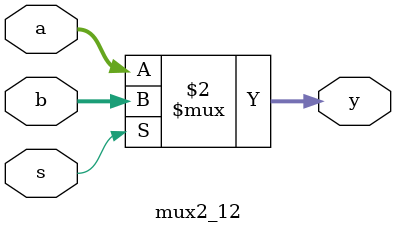
<source format=sv>

module mux2_12 (input [11:0] a, b, input s, output [11:0] y);

    assign y = (s == 1'b0) ? a : b;
    
endmodule
</source>
